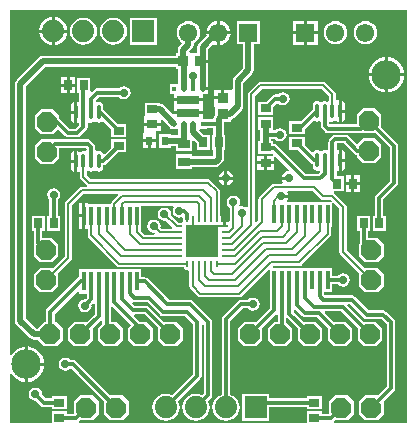
<source format=gtl>
G04 Layer_Physical_Order=1*
G04 Layer_Color=25308*
%FSLAX43Y43*%
%MOMM*%
G71*
G01*
G75*
%ADD10R,0.950X0.900*%
%ADD11R,0.900X0.950*%
%ADD12R,0.900X0.750*%
%ADD13R,2.450X2.450*%
G04:AMPARAMS|DCode=14|XSize=0.58mm|YSize=0.24mm|CornerRadius=0.06mm|HoleSize=0mm|Usage=FLASHONLY|Rotation=180.000|XOffset=0mm|YOffset=0mm|HoleType=Round|Shape=RoundedRectangle|*
%AMROUNDEDRECTD14*
21,1,0.580,0.120,0,0,180.0*
21,1,0.460,0.240,0,0,180.0*
1,1,0.120,-0.230,0.060*
1,1,0.120,0.230,0.060*
1,1,0.120,0.230,-0.060*
1,1,0.120,-0.230,-0.060*
%
%ADD14ROUNDEDRECTD14*%
G04:AMPARAMS|DCode=15|XSize=0.58mm|YSize=0.24mm|CornerRadius=0.06mm|HoleSize=0mm|Usage=FLASHONLY|Rotation=90.000|XOffset=0mm|YOffset=0mm|HoleType=Round|Shape=RoundedRectangle|*
%AMROUNDEDRECTD15*
21,1,0.580,0.120,0,0,90.0*
21,1,0.460,0.240,0,0,90.0*
1,1,0.120,0.060,0.230*
1,1,0.120,0.060,-0.230*
1,1,0.120,-0.060,-0.230*
1,1,0.120,-0.060,0.230*
%
%ADD15ROUNDEDRECTD15*%
%ADD16R,2.700X2.700*%
%ADD17R,0.600X0.800*%
%ADD18R,1.000X0.800*%
%ADD19R,0.700X0.900*%
%ADD20R,1.900X0.800*%
%ADD21R,0.400X0.450*%
%ADD22O,0.350X1.350*%
%ADD23R,0.900X0.700*%
%ADD24R,0.300X1.650*%
%ADD25C,0.500*%
%ADD26C,0.300*%
%ADD27C,0.200*%
%ADD28C,0.360*%
%ADD29C,1.550*%
%ADD30R,1.550X1.550*%
%ADD31R,1.880X1.880*%
%ADD32C,1.880*%
%ADD33P,1.815X8X202.5*%
%ADD34P,1.815X8X292.5*%
%ADD35C,2.500*%
%ADD36C,0.700*%
%ADD37C,0.400*%
%ADD38C,0.686*%
G36*
X80010Y49530D02*
X73813D01*
X73774Y49657D01*
X73803Y49676D01*
X73896Y49769D01*
X73903Y49762D01*
X74941D01*
X75460Y50281D01*
Y51319D01*
X74941Y51838D01*
X73903D01*
X73384Y51319D01*
Y50286D01*
X72786D01*
Y50479D01*
X71486D01*
Y49530D01*
X52223D01*
X52184Y49657D01*
X52213Y49676D01*
X52306Y49769D01*
X52313Y49762D01*
X53351D01*
X53870Y50281D01*
Y51319D01*
X53351Y51838D01*
X52313D01*
X51794Y51319D01*
Y50286D01*
X51196D01*
Y50479D01*
X49896D01*
Y49530D01*
X46355D01*
Y53637D01*
X46482Y53668D01*
X46495Y53643D01*
X46683Y53414D01*
X46912Y53226D01*
X47174Y53087D01*
X47457Y53001D01*
X47625Y52984D01*
Y54483D01*
Y55982D01*
X47457Y55965D01*
X47174Y55879D01*
X46912Y55740D01*
X46683Y55552D01*
X46495Y55323D01*
X46482Y55298D01*
X46355Y55329D01*
Y84455D01*
X80010D01*
Y49530D01*
D02*
G37*
%LPC*%
G36*
X74747Y71628D02*
X74437D01*
Y70843D01*
X74477Y70851D01*
X74619Y70946D01*
X74714Y71088D01*
X74747Y71255D01*
Y71628D01*
D02*
G37*
G36*
X67874Y71402D02*
X67297D01*
Y70925D01*
X67874D01*
Y71402D01*
D02*
G37*
G36*
X68705D02*
X68128D01*
Y70925D01*
X68705D01*
Y71402D01*
D02*
G37*
G36*
X51801Y71542D02*
X51491D01*
Y71169D01*
X51524Y71002D01*
X51619Y70860D01*
X51761Y70765D01*
X51801Y70757D01*
Y71542D01*
D02*
G37*
G36*
X64516Y70822D02*
X64407Y70800D01*
X64208Y70666D01*
X64074Y70467D01*
X64052Y70358D01*
X64516D01*
Y70822D01*
D02*
G37*
G36*
X64770D02*
Y70358D01*
X65234D01*
X65212Y70467D01*
X65078Y70666D01*
X64879Y70800D01*
X64770Y70822D01*
D02*
G37*
G36*
X75986Y70470D02*
X75509D01*
Y69893D01*
X75986D01*
Y70470D01*
D02*
G37*
G36*
X67874Y72133D02*
X67297D01*
Y71656D01*
X67874D01*
Y72133D01*
D02*
G37*
G36*
X59124Y74686D02*
X57716D01*
Y74187D01*
X57716Y74184D01*
X57709Y74060D01*
X57597D01*
Y73533D01*
X58705D01*
Y74057D01*
X58705Y74060D01*
X58712Y74184D01*
X59124D01*
Y74686D01*
D02*
G37*
G36*
X51801Y75692D02*
X51491D01*
Y75319D01*
X51524Y75152D01*
X51619Y75010D01*
X51761Y74915D01*
X51801Y74907D01*
Y75692D01*
D02*
G37*
G36*
X74747Y75778D02*
X74437D01*
Y74993D01*
X74477Y75001D01*
X74619Y75096D01*
X74714Y75238D01*
X74747Y75405D01*
Y75778D01*
D02*
G37*
G36*
X58705Y73279D02*
X58278D01*
Y72752D01*
X58705D01*
Y73279D01*
D02*
G37*
G36*
X51801Y72581D02*
X51761Y72573D01*
X51619Y72478D01*
X51524Y72336D01*
X51491Y72169D01*
Y71796D01*
X51801D01*
Y72581D01*
D02*
G37*
G36*
X74437Y72667D02*
Y71882D01*
X74747D01*
Y72255D01*
X74714Y72422D01*
X74619Y72564D01*
X74477Y72659D01*
X74437Y72667D01*
D02*
G37*
G36*
X58024Y73279D02*
X57597D01*
Y72752D01*
X58024D01*
Y73279D01*
D02*
G37*
G36*
X75255Y70470D02*
X74778D01*
Y69893D01*
X75255D01*
Y70470D01*
D02*
G37*
G36*
X47879Y55982D02*
Y54610D01*
X49251D01*
X49234Y54778D01*
X49148Y55061D01*
X49009Y55323D01*
X48821Y55552D01*
X48592Y55740D01*
X48330Y55879D01*
X48047Y55965D01*
X47879Y55982D01*
D02*
G37*
G36*
X66929Y60124D02*
X66714Y60081D01*
X66532Y59960D01*
X66506Y59920D01*
X65913D01*
X65776Y59893D01*
X65661Y59815D01*
X64391Y58545D01*
X64313Y58430D01*
X64286Y58293D01*
Y51911D01*
X64068Y51821D01*
X63830Y51638D01*
X63647Y51400D01*
X63533Y51123D01*
X63493Y50825D01*
X63533Y50528D01*
X63647Y50251D01*
X63830Y50012D01*
X64068Y49830D01*
X64345Y49715D01*
X64643Y49676D01*
X64941Y49715D01*
X65218Y49830D01*
X65456Y50012D01*
X65639Y50251D01*
X65753Y50528D01*
X65793Y50825D01*
X65753Y51123D01*
X65639Y51400D01*
X65456Y51638D01*
X65218Y51821D01*
X65000Y51911D01*
Y58145D01*
X66061Y59206D01*
X66506D01*
X66532Y59166D01*
X66714Y59045D01*
X66929Y59002D01*
X67144Y59045D01*
X67326Y59166D01*
X67447Y59348D01*
X67490Y59563D01*
X67447Y59778D01*
X67326Y59960D01*
X67144Y60081D01*
X66929Y60124D01*
D02*
G37*
G36*
X49303Y67071D02*
X48203D01*
Y65771D01*
X48396D01*
Y64785D01*
X48413Y64702D01*
X48365Y64654D01*
Y63616D01*
X48884Y63097D01*
X49922D01*
X50441Y63616D01*
Y64654D01*
X49922Y65173D01*
X49110D01*
Y65771D01*
X49303D01*
Y67071D01*
D02*
G37*
G36*
X49251Y54356D02*
X47879D01*
Y52984D01*
X48047Y53001D01*
X48330Y53087D01*
X48592Y53226D01*
X48821Y53414D01*
X49009Y53643D01*
X49148Y53905D01*
X49234Y54188D01*
X49251Y54356D01*
D02*
G37*
G36*
X51054Y55044D02*
X50839Y55001D01*
X50657Y54880D01*
X50536Y54698D01*
X50493Y54483D01*
X50536Y54268D01*
X50657Y54086D01*
X50839Y53965D01*
X51054Y53922D01*
X51269Y53965D01*
X51451Y54086D01*
X51587Y54080D01*
X54341Y51326D01*
X54334Y51319D01*
Y50281D01*
X54853Y49762D01*
X55891D01*
X56410Y50281D01*
Y51319D01*
X55891Y51838D01*
X54853D01*
X54846Y51831D01*
X51941Y54735D01*
X51826Y54813D01*
X51689Y54840D01*
X51477D01*
X51451Y54880D01*
X51269Y55001D01*
X51054Y55044D01*
D02*
G37*
G36*
X48514Y52504D02*
X48299Y52461D01*
X48117Y52340D01*
X47996Y52158D01*
X47953Y51943D01*
X47996Y51728D01*
X48117Y51546D01*
X48299Y51425D01*
X48514Y51382D01*
X48561Y51392D01*
X48976Y50976D01*
X49092Y50899D01*
X49228Y50872D01*
X49896D01*
Y50679D01*
X51196D01*
Y51779D01*
X49896D01*
Y51586D01*
X49376D01*
X49065Y51896D01*
X49075Y51943D01*
X49032Y52158D01*
X48911Y52340D01*
X48729Y52461D01*
X48514Y52504D01*
D02*
G37*
G36*
X68323Y51965D02*
X66043D01*
Y49686D01*
X68323D01*
Y50872D01*
X71486D01*
Y50679D01*
X72786D01*
Y51779D01*
X71486D01*
Y51586D01*
X68323D01*
Y51965D01*
D02*
G37*
G36*
X76862Y67071D02*
X75762D01*
Y65771D01*
X75955D01*
Y64785D01*
X75972Y64702D01*
X75924Y64654D01*
Y63616D01*
X76443Y63097D01*
X77481D01*
X78000Y63616D01*
Y64654D01*
X77481Y65173D01*
X76669D01*
Y65771D01*
X76862D01*
Y67071D01*
D02*
G37*
G36*
X75986Y69639D02*
X75509D01*
Y69062D01*
X75986D01*
Y69639D01*
D02*
G37*
G36*
X64516Y70104D02*
X64052D01*
X64074Y69995D01*
X64208Y69796D01*
X64407Y69662D01*
X64516Y69640D01*
Y70104D01*
D02*
G37*
G36*
X65234D02*
X64770D01*
Y69640D01*
X64879Y69662D01*
X65078Y69796D01*
X65212Y69995D01*
X65234Y70104D01*
D02*
G37*
G36*
X75255Y69639D02*
X74778D01*
Y69062D01*
X75255D01*
Y69639D01*
D02*
G37*
G36*
X50053Y69380D02*
X49838Y69337D01*
X49656Y69216D01*
X49535Y69034D01*
X49492Y68819D01*
X49535Y68604D01*
X49656Y68422D01*
X49696Y68396D01*
Y67071D01*
X49503D01*
Y65771D01*
X50603D01*
Y67071D01*
X50410D01*
Y68396D01*
X50450Y68422D01*
X50571Y68604D01*
X50614Y68819D01*
X50571Y69034D01*
X50450Y69216D01*
X50268Y69337D01*
X50053Y69380D01*
D02*
G37*
G36*
X52462Y66910D02*
X52185D01*
Y65958D01*
X52462D01*
Y66910D01*
D02*
G37*
G36*
Y68116D02*
X52185D01*
Y67164D01*
X52462D01*
Y68116D01*
D02*
G37*
G36*
X67523Y83525D02*
X65573D01*
Y81575D01*
X66089D01*
Y79565D01*
X65335Y78810D01*
X65235Y78662D01*
X65200Y78486D01*
Y77824D01*
X65118Y77731D01*
X64516D01*
Y77027D01*
X64389D01*
Y76900D01*
X63660D01*
Y76323D01*
X63660D01*
X63714Y76277D01*
Y75601D01*
X63699Y75585D01*
X63599Y75437D01*
X63564Y75261D01*
Y75209D01*
X63068D01*
Y75277D01*
X62672D01*
Y75650D01*
X60214D01*
X60147Y75622D01*
X59381Y76387D01*
X59233Y76487D01*
X59070Y76519D01*
Y76638D01*
X57770D01*
Y75547D01*
X57716Y75442D01*
X57716Y75442D01*
Y75442D01*
X57716Y75319D01*
Y74940D01*
X59124D01*
Y75181D01*
X59241Y75230D01*
X59868Y74603D01*
Y74427D01*
X60098D01*
X60268Y74393D01*
X60438Y74427D01*
X60609D01*
Y73865D01*
X59951D01*
Y74006D01*
X58951D01*
Y72806D01*
X59951D01*
Y72947D01*
X60387D01*
Y72540D01*
X61787D01*
Y73076D01*
X61800Y73140D01*
X61787Y73204D01*
Y73415D01*
X61904Y73464D01*
X62173Y73195D01*
Y72629D01*
X63273D01*
Y73929D01*
X62737D01*
X62366Y74300D01*
X62418Y74427D01*
X63068D01*
Y74495D01*
X63564D01*
Y73929D01*
X63473D01*
Y72629D01*
X63564D01*
Y72099D01*
X61787D01*
Y72240D01*
X60387D01*
Y71040D01*
X61787D01*
Y71181D01*
X63766D01*
X63942Y71216D01*
X64090Y71316D01*
X64347Y71573D01*
X64447Y71721D01*
X64482Y71897D01*
Y72629D01*
X64573D01*
Y73929D01*
X64482D01*
Y74977D01*
X65064D01*
Y75189D01*
X65135Y75203D01*
X65283Y75303D01*
X65983Y76003D01*
X66083Y76151D01*
X66118Y76327D01*
Y78296D01*
X66872Y79051D01*
X66972Y79199D01*
X67007Y79375D01*
Y81575D01*
X67523D01*
Y83525D01*
D02*
G37*
G36*
X61468Y83533D02*
X61213Y83500D01*
X60976Y83402D01*
X60773Y83245D01*
X60616Y83042D01*
X60518Y82805D01*
X60485Y82550D01*
X60518Y82295D01*
X60616Y82058D01*
X60773Y81855D01*
X60879Y81773D01*
X60890Y81605D01*
X60698Y81412D01*
X60598Y81264D01*
X60563Y81088D01*
Y80812D01*
X60372D01*
Y80596D01*
X49149D01*
X48973Y80561D01*
X48825Y80461D01*
X46920Y78556D01*
X46820Y78408D01*
X46785Y78232D01*
Y58166D01*
X46820Y57990D01*
X46920Y57842D01*
X48063Y56699D01*
X48211Y56599D01*
X48387Y56564D01*
X48746D01*
Y56504D01*
X49265Y55985D01*
X50303D01*
X50822Y56504D01*
Y57542D01*
X50303Y58061D01*
X50171D01*
Y58768D01*
X52122Y60718D01*
X52239Y60669D01*
Y60462D01*
X52882D01*
Y60118D01*
X52752Y59987D01*
X52705Y59997D01*
X52490Y59954D01*
X52308Y59833D01*
X52187Y59651D01*
X52144Y59436D01*
X52187Y59221D01*
X52308Y59039D01*
X52490Y58918D01*
X52705Y58875D01*
X52920Y58918D01*
X53102Y59039D01*
X53223Y59221D01*
X53266Y59436D01*
X53256Y59483D01*
X53405Y59631D01*
X53532Y59579D01*
Y58736D01*
X52850Y58054D01*
X52843Y58061D01*
X51805D01*
X51286Y57542D01*
Y56504D01*
X51805Y55985D01*
X52843D01*
X53362Y56504D01*
Y57542D01*
X53355Y57549D01*
X54055Y58249D01*
X54182Y58197D01*
Y57898D01*
X53826Y57542D01*
Y56504D01*
X54345Y55985D01*
X55383D01*
X55902Y56504D01*
Y57542D01*
X55383Y58061D01*
X54896D01*
Y59355D01*
X55023Y59407D01*
X56627Y57803D01*
X56366Y57542D01*
Y56504D01*
X56885Y55985D01*
X57923D01*
X58442Y56504D01*
Y57542D01*
X57923Y58061D01*
X57378D01*
X56869Y58571D01*
X56921Y58698D01*
X57764D01*
X58913Y57549D01*
X58906Y57542D01*
Y56504D01*
X59425Y55985D01*
X60463D01*
X60982Y56504D01*
Y57542D01*
X60463Y58061D01*
X59425D01*
X59418Y58054D01*
X58164Y59307D01*
X58049Y59385D01*
X57912Y59412D01*
X56917D01*
X56727Y59602D01*
X56761Y59734D01*
X56769Y59739D01*
X56896Y59714D01*
X58018D01*
X59057Y58676D01*
X59172Y58598D01*
X59309Y58571D01*
X61193D01*
X61873Y57891D01*
Y53640D01*
X60079Y51846D01*
X59861Y51936D01*
X59563Y51975D01*
X59265Y51936D01*
X58988Y51821D01*
X58750Y51638D01*
X58567Y51400D01*
X58453Y51123D01*
X58413Y50825D01*
X58453Y50528D01*
X58567Y50251D01*
X58750Y50012D01*
X58988Y49830D01*
X59265Y49715D01*
X59563Y49676D01*
X59861Y49715D01*
X60138Y49830D01*
X60376Y50012D01*
X60559Y50251D01*
X60673Y50528D01*
X60713Y50825D01*
X60673Y51123D01*
X60583Y51341D01*
X62482Y53240D01*
X62560Y53356D01*
X62587Y53492D01*
Y57794D01*
X62714Y57858D01*
X62762Y57822D01*
Y51989D01*
X62619Y51846D01*
X62401Y51936D01*
X62103Y51975D01*
X61805Y51936D01*
X61528Y51821D01*
X61290Y51638D01*
X61107Y51400D01*
X60993Y51123D01*
X60953Y50825D01*
X60993Y50528D01*
X61107Y50251D01*
X61290Y50012D01*
X61528Y49830D01*
X61805Y49715D01*
X62103Y49676D01*
X62401Y49715D01*
X62678Y49830D01*
X62916Y50012D01*
X63099Y50251D01*
X63213Y50528D01*
X63253Y50825D01*
X63213Y51123D01*
X63123Y51341D01*
X63371Y51589D01*
X63449Y51705D01*
X63476Y51841D01*
Y58039D01*
X63449Y58176D01*
X63371Y58291D01*
X61847Y59815D01*
X61732Y59893D01*
X61595Y59920D01*
X59838D01*
X58018Y61739D01*
X57903Y61817D01*
X57766Y61844D01*
X57489D01*
Y62512D01*
X52239D01*
Y61854D01*
X52195Y61845D01*
X52069Y61761D01*
X49510Y59202D01*
X49426Y59076D01*
X49397Y58928D01*
Y58061D01*
X49265D01*
X48746Y57542D01*
Y57482D01*
X48577D01*
X47703Y58356D01*
Y78042D01*
X49339Y79678D01*
X60372D01*
Y79462D01*
X60609D01*
Y78227D01*
X59868D01*
Y77377D01*
X60264D01*
Y77004D01*
X62672D01*
Y77323D01*
X63122D01*
Y77675D01*
X62668D01*
Y77929D01*
X63127D01*
Y80010D01*
X62422D01*
Y80264D01*
X63127D01*
Y81147D01*
X63589Y81610D01*
X63739Y81547D01*
X63881Y81529D01*
Y82423D01*
X62987D01*
X63001Y82318D01*
X62344Y81661D01*
X62244Y81513D01*
X62209Y81337D01*
Y80866D01*
X61718D01*
Y80866D01*
X61692Y80835D01*
X61598Y80844D01*
X61550Y80967D01*
X61792Y81210D01*
X61892Y81358D01*
X61927Y81534D01*
Y81685D01*
X61960Y81698D01*
X62163Y81855D01*
X62320Y82058D01*
X62418Y82295D01*
X62451Y82550D01*
X62418Y82805D01*
X62320Y83042D01*
X62163Y83245D01*
X61960Y83402D01*
X61723Y83500D01*
X61468Y83533D01*
D02*
G37*
G36*
X55118Y83827D02*
X54820Y83787D01*
X54543Y83673D01*
X54305Y83490D01*
X54122Y83252D01*
X54008Y82975D01*
X53968Y82677D01*
X54008Y82379D01*
X54122Y82102D01*
X54305Y81864D01*
X54543Y81681D01*
X54820Y81567D01*
X55118Y81527D01*
X55416Y81567D01*
X55693Y81681D01*
X55931Y81864D01*
X56114Y82102D01*
X56228Y82379D01*
X56268Y82677D01*
X56228Y82975D01*
X56114Y83252D01*
X55931Y83490D01*
X55693Y83673D01*
X55416Y83787D01*
X55118Y83827D01*
D02*
G37*
G36*
X58798Y83817D02*
X56518D01*
Y81537D01*
X58798D01*
Y83817D01*
D02*
G37*
G36*
X65029Y82423D02*
X64135D01*
Y81529D01*
X64277Y81547D01*
X64527Y81651D01*
X64742Y81816D01*
X64907Y82031D01*
X65011Y82281D01*
X65029Y82423D01*
D02*
G37*
G36*
X71247D02*
X70345D01*
Y81521D01*
X71247D01*
Y82423D01*
D02*
G37*
G36*
X51225Y82550D02*
X50165D01*
Y81490D01*
X50350Y81514D01*
X50640Y81634D01*
X50889Y81826D01*
X51081Y82075D01*
X51201Y82365D01*
X51225Y82550D01*
D02*
G37*
G36*
X52578Y83827D02*
X52280Y83787D01*
X52003Y83673D01*
X51765Y83490D01*
X51582Y83252D01*
X51468Y82975D01*
X51428Y82677D01*
X51468Y82379D01*
X51582Y82102D01*
X51765Y81864D01*
X52003Y81681D01*
X52280Y81567D01*
X52578Y81527D01*
X52876Y81567D01*
X53153Y81681D01*
X53391Y81864D01*
X53574Y82102D01*
X53688Y82379D01*
X53728Y82677D01*
X53688Y82975D01*
X53574Y83252D01*
X53391Y83490D01*
X53153Y83673D01*
X52876Y83787D01*
X52578Y83827D01*
D02*
G37*
G36*
X72403Y82423D02*
X71501D01*
Y81521D01*
X72403D01*
Y82423D01*
D02*
G37*
G36*
Y83579D02*
X71501D01*
Y82677D01*
X72403D01*
Y83579D01*
D02*
G37*
G36*
X71247D02*
X70345D01*
Y82677D01*
X71247D01*
Y83579D01*
D02*
G37*
G36*
X50165Y83864D02*
Y82804D01*
X51225D01*
X51201Y82989D01*
X51081Y83279D01*
X50889Y83528D01*
X50640Y83720D01*
X50350Y83840D01*
X50165Y83864D01*
D02*
G37*
G36*
X49911D02*
X49726Y83840D01*
X49436Y83720D01*
X49187Y83528D01*
X48995Y83279D01*
X48875Y82989D01*
X48851Y82804D01*
X49911D01*
Y83864D01*
D02*
G37*
G36*
X76454Y83533D02*
X76199Y83500D01*
X75962Y83402D01*
X75759Y83245D01*
X75602Y83042D01*
X75504Y82805D01*
X75471Y82550D01*
X75504Y82295D01*
X75602Y82058D01*
X75759Y81855D01*
X75962Y81698D01*
X76199Y81600D01*
X76454Y81567D01*
X76709Y81600D01*
X76946Y81698D01*
X77149Y81855D01*
X77306Y82058D01*
X77404Y82295D01*
X77437Y82550D01*
X77404Y82805D01*
X77306Y83042D01*
X77149Y83245D01*
X76946Y83402D01*
X76709Y83500D01*
X76454Y83533D01*
D02*
G37*
G36*
X73914D02*
X73659Y83500D01*
X73422Y83402D01*
X73219Y83245D01*
X73062Y83042D01*
X72964Y82805D01*
X72931Y82550D01*
X72964Y82295D01*
X73062Y82058D01*
X73219Y81855D01*
X73422Y81698D01*
X73659Y81600D01*
X73914Y81567D01*
X74169Y81600D01*
X74406Y81698D01*
X74609Y81855D01*
X74766Y82058D01*
X74864Y82295D01*
X74897Y82550D01*
X74864Y82805D01*
X74766Y83042D01*
X74609Y83245D01*
X74406Y83402D01*
X74169Y83500D01*
X73914Y83533D01*
D02*
G37*
G36*
X64135Y83571D02*
Y82677D01*
X65029D01*
X65011Y82819D01*
X64907Y83069D01*
X64742Y83284D01*
X64527Y83449D01*
X64277Y83553D01*
X64135Y83571D01*
D02*
G37*
G36*
X63881D02*
X63739Y83553D01*
X63489Y83449D01*
X63274Y83284D01*
X63109Y83069D01*
X63005Y82819D01*
X62987Y82677D01*
X63881D01*
Y83571D01*
D02*
G37*
G36*
X64262Y77731D02*
X63660D01*
Y77154D01*
X64262D01*
Y77731D01*
D02*
G37*
G36*
X53143Y78755D02*
X52043D01*
Y77455D01*
X52221D01*
Y76774D01*
X52109Y76714D01*
X52095Y76723D01*
X52055Y76731D01*
Y75819D01*
Y74907D01*
X52095Y74915D01*
X52109Y74924D01*
X52221Y74864D01*
Y74697D01*
X51922Y74398D01*
X51456D01*
X50587Y75266D01*
X50512Y75317D01*
Y75533D01*
X49993Y76052D01*
X48955D01*
X48436Y75533D01*
Y74495D01*
X48955Y73976D01*
X49993D01*
X50431Y74414D01*
X51056Y73789D01*
X51171Y73711D01*
X51308Y73684D01*
X52070D01*
X52207Y73711D01*
X52322Y73789D01*
X52830Y74297D01*
X52908Y74412D01*
X52935Y74549D01*
Y74911D01*
X53062Y74979D01*
X53082Y74966D01*
X53228Y74937D01*
X53374Y74966D01*
X53468Y75029D01*
X53553Y75041D01*
X53638Y75029D01*
X53732Y74966D01*
X53878Y74937D01*
X54024Y74966D01*
X54148Y75049D01*
X54272Y75061D01*
X54920Y74412D01*
Y73717D01*
X56220D01*
Y74817D01*
X55525D01*
X54270Y76071D01*
X54260Y76078D01*
Y76319D01*
X54231Y76465D01*
X54148Y76589D01*
X54024Y76672D01*
X53878Y76701D01*
X53732Y76672D01*
X53718Y76663D01*
X53610Y76718D01*
X53599Y76843D01*
X53869Y77113D01*
X55584D01*
X55610Y77073D01*
X55792Y76952D01*
X56007Y76909D01*
X56222Y76952D01*
X56404Y77073D01*
X56525Y77255D01*
X56568Y77470D01*
X56525Y77685D01*
X56404Y77867D01*
X56222Y77988D01*
X56007Y78031D01*
X55792Y77988D01*
X55610Y77867D01*
X55584Y77827D01*
X53721D01*
X53584Y77800D01*
X53469Y77722D01*
X53270Y77524D01*
X53143Y77576D01*
Y78755D01*
D02*
G37*
G36*
X51897Y77978D02*
X51420D01*
Y77401D01*
X51897D01*
Y77978D01*
D02*
G37*
G36*
X51166D02*
X50689D01*
Y77401D01*
X51166D01*
Y77978D01*
D02*
G37*
G36*
X72898Y78411D02*
X72898Y78411D01*
X67564D01*
X67447Y78388D01*
X67348Y78321D01*
X66586Y77559D01*
X66519Y77460D01*
X66496Y77343D01*
X66496Y77343D01*
Y67819D01*
X66369Y67752D01*
X66255Y67828D01*
X66040Y67871D01*
X65847Y67832D01*
X65793Y67885D01*
X65763Y67935D01*
X65796Y67984D01*
X65839Y68199D01*
X65796Y68414D01*
X65675Y68596D01*
X65493Y68717D01*
X65278Y68760D01*
X65063Y68717D01*
X64881Y68596D01*
X64760Y68414D01*
X64717Y68199D01*
X64760Y67984D01*
X64881Y67802D01*
X64972Y67742D01*
Y66580D01*
X64845Y66509D01*
X64754Y66527D01*
X64650D01*
Y66147D01*
X64396D01*
Y66527D01*
X64305D01*
X64283Y66535D01*
X64186Y66635D01*
Y67039D01*
X64167Y67136D01*
Y69108D01*
X64167Y69108D01*
X64144Y69225D01*
X64077Y69324D01*
X64077Y69324D01*
X63335Y70066D01*
X63236Y70133D01*
X63119Y70156D01*
X63119Y70156D01*
X53213D01*
X52884Y70485D01*
Y70798D01*
X53011Y70863D01*
X53082Y70816D01*
X53228Y70787D01*
X53374Y70816D01*
X53468Y70879D01*
X53553Y70891D01*
X53638Y70879D01*
X53732Y70816D01*
X53878Y70787D01*
X54024Y70816D01*
X54148Y70899D01*
X54231Y71023D01*
X54260Y71169D01*
Y71312D01*
X54272D01*
X54409Y71339D01*
X54524Y71417D01*
X55525Y72417D01*
X56220D01*
Y73517D01*
X54920D01*
Y72822D01*
X54370Y72271D01*
X54232Y72313D01*
X54231Y72315D01*
X54148Y72439D01*
X54024Y72522D01*
X53878Y72551D01*
X53732Y72522D01*
X53712Y72509D01*
X53585Y72577D01*
Y72883D01*
X53558Y73020D01*
X53480Y73135D01*
X53211Y73404D01*
X53096Y73482D01*
X52959Y73509D01*
X50152D01*
X50022Y73483D01*
X49993Y73512D01*
X48955D01*
X48436Y72993D01*
Y71955D01*
X48955Y71436D01*
X49993D01*
X50512Y71955D01*
Y72795D01*
X52811D01*
X52871Y72735D01*
Y72577D01*
X52744Y72509D01*
X52724Y72522D01*
X52578Y72551D01*
X52432Y72522D01*
X52383Y72489D01*
X52237Y72478D01*
X52095Y72573D01*
X52055Y72581D01*
Y71669D01*
Y70757D01*
X52095Y70765D01*
X52145Y70798D01*
X52272Y70730D01*
Y70358D01*
X52272Y70358D01*
X52295Y70241D01*
X52362Y70142D01*
X52856Y69648D01*
X52846Y69590D01*
X52810Y69521D01*
X52451D01*
X52334Y69498D01*
X52235Y69431D01*
X51092Y68288D01*
X51025Y68189D01*
X51002Y68072D01*
X51002Y68072D01*
Y63627D01*
X49965Y62590D01*
X49922Y62633D01*
X48884D01*
X48365Y62114D01*
Y61076D01*
X48884Y60557D01*
X49922D01*
X50441Y61076D01*
Y62114D01*
X50398Y62157D01*
X51524Y63284D01*
X51591Y63383D01*
X51614Y63500D01*
Y67945D01*
X52578Y68909D01*
X55484D01*
X55532Y68792D01*
X54973Y68232D01*
X54906Y68133D01*
X54892Y68062D01*
X52993D01*
Y68116D01*
X52716D01*
Y67037D01*
Y65958D01*
X52933D01*
Y65379D01*
X52933Y65379D01*
X52956Y65262D01*
X53023Y65163D01*
X55410Y62776D01*
X55410Y62776D01*
X55469Y62736D01*
X55509Y62709D01*
X55626Y62686D01*
X61050D01*
X61056Y62653D01*
X61114Y62567D01*
X61200Y62510D01*
X61301Y62489D01*
X61421D01*
X61428Y62491D01*
X61555Y62390D01*
Y61075D01*
X61555Y61075D01*
X61578Y60958D01*
X61645Y60859D01*
X62268Y60236D01*
X62268Y60236D01*
X62367Y60169D01*
X62484Y60146D01*
X62484Y60146D01*
X65786D01*
X65786Y60146D01*
X65903Y60169D01*
X66002Y60236D01*
X68251Y62484D01*
X68368Y62435D01*
Y61648D01*
X68361Y61614D01*
Y59214D01*
X67201Y58054D01*
X67194Y58061D01*
X66156D01*
X65637Y57542D01*
Y56504D01*
X66156Y55985D01*
X67194D01*
X67713Y56504D01*
Y57542D01*
X67706Y57549D01*
X68884Y58727D01*
X69011Y58675D01*
Y58061D01*
X68696D01*
X68177Y57542D01*
Y56504D01*
X68696Y55985D01*
X69734D01*
X70253Y56504D01*
Y57542D01*
X69734Y58061D01*
X69725D01*
Y58369D01*
X69852Y58421D01*
X70724Y57549D01*
X70717Y57542D01*
Y56504D01*
X71236Y55985D01*
X72274D01*
X72793Y56504D01*
Y57542D01*
X72274Y58061D01*
X71236D01*
X71229Y58054D01*
X70375Y58908D01*
Y59116D01*
X70502Y59168D01*
X71122Y58549D01*
X71237Y58471D01*
X71374Y58444D01*
X72369D01*
X73264Y57549D01*
X73257Y57542D01*
Y56504D01*
X73776Y55985D01*
X74814D01*
X75333Y56504D01*
Y57542D01*
X74814Y58061D01*
X73776D01*
X73769Y58054D01*
X72988Y58835D01*
X73036Y58952D01*
X74401D01*
X75804Y57549D01*
X75797Y57542D01*
Y56504D01*
X76316Y55985D01*
X77354D01*
X77873Y56504D01*
Y57542D01*
X77354Y58061D01*
X76316D01*
X76309Y58054D01*
X74903Y59460D01*
X74955Y59587D01*
X75163D01*
X76329Y58422D01*
X76444Y58344D01*
X76581Y58317D01*
X77830D01*
X78256Y57891D01*
Y52599D01*
X77488Y51831D01*
X77481Y51838D01*
X76443D01*
X75924Y51319D01*
Y50281D01*
X76443Y49762D01*
X77481D01*
X78000Y50281D01*
Y51319D01*
X77993Y51326D01*
X78865Y52199D01*
X78943Y52314D01*
X78970Y52451D01*
Y58039D01*
X78943Y58176D01*
X78865Y58291D01*
X78230Y58926D01*
X78115Y59004D01*
X77978Y59031D01*
X76729D01*
X75563Y60196D01*
X75448Y60274D01*
X75311Y60301D01*
X73046D01*
X72975Y60372D01*
Y60589D01*
X73618D01*
Y61257D01*
X74145D01*
X74171Y61217D01*
X74353Y61096D01*
X74568Y61053D01*
X74783Y61096D01*
X74965Y61217D01*
X75086Y61399D01*
X75129Y61614D01*
X75086Y61829D01*
X74965Y62011D01*
X74783Y62132D01*
X74568Y62175D01*
X74353Y62132D01*
X74171Y62011D01*
X74145Y61971D01*
X73618D01*
Y62639D01*
X68659D01*
X68596Y62766D01*
X68632Y62813D01*
X70866D01*
X70866Y62813D01*
X70983Y62836D01*
X71082Y62903D01*
X73484Y65305D01*
X73484Y65305D01*
X73524Y65364D01*
X73551Y65404D01*
X73574Y65521D01*
Y66139D01*
X73618D01*
Y68075D01*
Y68075D01*
X73618Y68084D01*
X73618Y68121D01*
Y68126D01*
Y68137D01*
X73623Y68139D01*
X73632Y68143D01*
X73644Y68148D01*
X73695Y68169D01*
X73695D01*
X73745Y68190D01*
X74243Y67691D01*
Y64008D01*
X74243Y64008D01*
X74266Y63891D01*
X74333Y63792D01*
X75967Y62157D01*
X75924Y62114D01*
Y61076D01*
X76443Y60557D01*
X77481D01*
X78000Y61076D01*
Y62114D01*
X77481Y62633D01*
X76443D01*
X76400Y62590D01*
X74855Y64135D01*
Y67818D01*
X74855Y67818D01*
X74832Y67935D01*
X74765Y68034D01*
X74765Y68034D01*
X73876Y68923D01*
X73777Y68990D01*
X73793Y69116D01*
X74632D01*
Y70416D01*
X74017D01*
Y70800D01*
X74129Y70860D01*
X74143Y70851D01*
X74183Y70843D01*
Y71755D01*
Y72667D01*
X74143Y72659D01*
X74129Y72650D01*
X74017Y72710D01*
Y73131D01*
X74062Y73176D01*
X74655D01*
X75524Y72308D01*
X75639Y72230D01*
X75726Y72213D01*
Y72041D01*
X76245Y71522D01*
X77283D01*
X77802Y72041D01*
Y73079D01*
X77283Y73598D01*
X76245D01*
X75744Y73097D01*
X75055Y73785D01*
X74940Y73863D01*
X74803Y73890D01*
X73914D01*
X73777Y73863D01*
X73662Y73785D01*
X73408Y73531D01*
X73330Y73416D01*
X73303Y73279D01*
Y72663D01*
X73176Y72595D01*
X73156Y72608D01*
X73010Y72637D01*
X72864Y72608D01*
X72770Y72545D01*
X72685Y72533D01*
X72600Y72545D01*
X72506Y72608D01*
X72360Y72637D01*
X72214Y72608D01*
X72090Y72525D01*
X72057Y72476D01*
X71898Y72455D01*
X71318Y73035D01*
Y73730D01*
X70018D01*
Y72630D01*
X70713D01*
X71841Y71503D01*
X71956Y71425D01*
X71978Y71421D01*
Y71255D01*
X72007Y71109D01*
X72090Y70985D01*
X72214Y70902D01*
X72360Y70873D01*
X72506Y70902D01*
X72520Y70911D01*
X72628Y70856D01*
X72639Y70731D01*
X72496Y70588D01*
X71395D01*
X68959Y73023D01*
X68844Y73101D01*
X68707Y73128D01*
X68651D01*
Y73379D01*
X68460D01*
Y73557D01*
X68792D01*
X68818Y73517D01*
X69000Y73396D01*
X69215Y73353D01*
X69430Y73396D01*
X69612Y73517D01*
X69733Y73699D01*
X69776Y73914D01*
X69733Y74129D01*
X69612Y74311D01*
X69430Y74432D01*
X69215Y74475D01*
X69000Y74432D01*
X68818Y74311D01*
X68792Y74271D01*
X68774D01*
X68651Y74281D01*
Y75381D01*
X67351D01*
Y74281D01*
X67542D01*
Y73914D01*
Y73379D01*
X67351D01*
Y72279D01*
X68590D01*
X68604Y72260D01*
X68600Y72233D01*
X68539Y72133D01*
X68128D01*
Y71656D01*
X68705D01*
Y72015D01*
Y72015D01*
X68705Y72024D01*
X68705Y72071D01*
Y72085D01*
Y72089D01*
Y72089D01*
X68713Y72093D01*
X68715Y72094D01*
X68722Y72097D01*
X68722Y72097D01*
X68748Y72110D01*
X68754Y72112D01*
X68790Y72130D01*
X68790Y72130D01*
X68803Y72136D01*
X68826Y72147D01*
X70014Y70959D01*
X69952Y70842D01*
X69741Y70800D01*
X69542Y70666D01*
X69408Y70467D01*
X69386Y70358D01*
X69977D01*
Y70104D01*
X69386D01*
X69408Y69995D01*
X69470Y69902D01*
X69403Y69775D01*
X68707D01*
X68590Y69752D01*
X68550Y69725D01*
X68491Y69685D01*
X68491Y69685D01*
X67475Y68669D01*
X67408Y68570D01*
X67385Y68453D01*
X67385Y68453D01*
Y66675D01*
X67225Y66515D01*
X67108Y66563D01*
Y77216D01*
X67691Y77799D01*
X72771D01*
X73354Y77216D01*
Y76776D01*
X73227Y76711D01*
X73156Y76758D01*
X73010Y76787D01*
X72864Y76758D01*
X72740Y76675D01*
X72630D01*
X72506Y76758D01*
X72360Y76787D01*
X72214Y76758D01*
X72090Y76675D01*
X72007Y76551D01*
X71978Y76405D01*
Y76027D01*
X70980Y75030D01*
X70018D01*
Y73930D01*
X71318D01*
Y74358D01*
X72092Y75133D01*
X72214Y75052D01*
X72360Y75023D01*
X72506Y75052D01*
X72526Y75065D01*
X72653Y74997D01*
Y74691D01*
X72680Y74554D01*
X72758Y74439D01*
X73027Y74170D01*
X73142Y74092D01*
X73279Y74065D01*
X76086D01*
X76216Y74091D01*
X76245Y74062D01*
X77283D01*
X77290Y74069D01*
X78510Y72849D01*
Y69998D01*
X77360Y68847D01*
X77282Y68732D01*
X77255Y68595D01*
Y67071D01*
X77062D01*
Y65771D01*
X78162D01*
Y67071D01*
X77969D01*
Y68447D01*
X79119Y69598D01*
X79197Y69713D01*
X79224Y69850D01*
Y72997D01*
X79197Y73134D01*
X79119Y73249D01*
X77795Y74574D01*
X77802Y74581D01*
Y75619D01*
X77283Y76138D01*
X76245D01*
X75726Y75619D01*
Y74779D01*
X73427D01*
X73367Y74839D01*
Y74997D01*
X73494Y75065D01*
X73514Y75052D01*
X73660Y75023D01*
X73806Y75052D01*
X73855Y75085D01*
X74001Y75096D01*
X74143Y75001D01*
X74183Y74993D01*
Y75905D01*
Y76817D01*
X74143Y76809D01*
X74093Y76776D01*
X73966Y76844D01*
Y77343D01*
X73943Y77460D01*
X73876Y77559D01*
X73114Y78321D01*
X73015Y78388D01*
X72898Y78411D01*
D02*
G37*
G36*
X51801Y76731D02*
X51761Y76723D01*
X51619Y76628D01*
X51524Y76486D01*
X51491Y76319D01*
Y75946D01*
X51801D01*
Y76731D01*
D02*
G37*
G36*
X62672Y76750D02*
X60264D01*
Y76223D01*
Y75904D01*
X62672D01*
Y76223D01*
Y76750D01*
D02*
G37*
G36*
X69469Y77523D02*
X69254Y77480D01*
X69072Y77359D01*
X69046Y77319D01*
X68832D01*
X68695Y77292D01*
X68580Y77214D01*
X68046Y76681D01*
X67351D01*
Y75581D01*
X68651D01*
Y76276D01*
X68935Y76561D01*
X69072Y76565D01*
X69254Y76444D01*
X69469Y76401D01*
X69684Y76444D01*
X69866Y76565D01*
X69987Y76747D01*
X70030Y76962D01*
X69987Y77177D01*
X69866Y77359D01*
X69684Y77480D01*
X69469Y77523D01*
D02*
G37*
G36*
X74437Y76817D02*
Y76032D01*
X74747D01*
Y76405D01*
X74714Y76572D01*
X74619Y76714D01*
X74477Y76809D01*
X74437Y76817D01*
D02*
G37*
G36*
X78359Y80493D02*
Y79121D01*
X79731D01*
X79714Y79289D01*
X79628Y79572D01*
X79489Y79834D01*
X79301Y80063D01*
X79072Y80251D01*
X78810Y80390D01*
X78527Y80476D01*
X78359Y80493D01*
D02*
G37*
G36*
X51897Y78809D02*
X51420D01*
Y78232D01*
X51897D01*
Y78809D01*
D02*
G37*
G36*
X78105Y80493D02*
X77937Y80476D01*
X77654Y80390D01*
X77392Y80251D01*
X77163Y80063D01*
X76975Y79834D01*
X76836Y79572D01*
X76750Y79289D01*
X76733Y79121D01*
X78105D01*
Y80493D01*
D02*
G37*
G36*
X51166Y78809D02*
X50689D01*
Y78232D01*
X51166D01*
Y78809D01*
D02*
G37*
G36*
X78105Y78867D02*
X76733D01*
X76750Y78699D01*
X76836Y78416D01*
X76975Y78154D01*
X77163Y77925D01*
X77392Y77737D01*
X77654Y77598D01*
X77937Y77512D01*
X78105Y77495D01*
Y78867D01*
D02*
G37*
G36*
X79731D02*
X78359D01*
Y77495D01*
X78527Y77512D01*
X78810Y77598D01*
X79072Y77737D01*
X79301Y77925D01*
X79489Y78154D01*
X79628Y78416D01*
X79714Y78699D01*
X79731Y78867D01*
D02*
G37*
G36*
X49911Y82550D02*
X48851D01*
X48875Y82365D01*
X48995Y82075D01*
X49187Y81826D01*
X49436Y81634D01*
X49726Y81514D01*
X49911Y81490D01*
Y82550D01*
D02*
G37*
%LPD*%
G36*
X60262Y67762D02*
X60188Y67652D01*
X60145Y67437D01*
X60188Y67222D01*
X60309Y67040D01*
X60491Y66919D01*
X60706Y66876D01*
X60877Y66910D01*
X61004Y66834D01*
Y66810D01*
X61031Y66673D01*
X61036Y66666D01*
Y66579D01*
X61036Y66578D01*
X60930Y66472D01*
X60929Y66472D01*
X60579D01*
X59975Y67076D01*
X59997Y67183D01*
X59954Y67398D01*
X59833Y67580D01*
X59651Y67701D01*
X59436Y67744D01*
X59221Y67701D01*
X59039Y67580D01*
X58918Y67398D01*
X58875Y67183D01*
X58918Y66968D01*
X59039Y66786D01*
X59221Y66665D01*
X59436Y66622D01*
X59543Y66644D01*
X60116Y66070D01*
X60068Y65953D01*
X59194D01*
X59086Y66060D01*
X59108Y66167D01*
X59065Y66382D01*
X58944Y66564D01*
X58762Y66685D01*
X58547Y66728D01*
X58332Y66685D01*
X58150Y66564D01*
X58029Y66382D01*
X57986Y66167D01*
X58029Y65952D01*
X58150Y65770D01*
X58332Y65649D01*
X58547Y65606D01*
X58592Y65615D01*
X58623Y65580D01*
X58564Y65453D01*
X57789D01*
X57445Y65797D01*
Y66012D01*
X57489D01*
Y67889D01*
X60194D01*
X60262Y67762D01*
D02*
G37*
G36*
X72682Y68491D02*
X72781Y68424D01*
X72898Y68401D01*
X73533D01*
X73619Y68316D01*
X73598Y68266D01*
X73598Y68266D01*
X73577Y68215D01*
X73572Y68203D01*
X73568Y68194D01*
X73566Y68189D01*
X73555D01*
X73550Y68189D01*
X73513Y68189D01*
X73504D01*
X73504D01*
X69865D01*
X69807Y68316D01*
X69911Y68471D01*
X69933Y68580D01*
X69342D01*
Y68834D01*
X69933D01*
X69911Y68943D01*
X69849Y69036D01*
X69916Y69163D01*
X72009D01*
X72682Y68491D01*
D02*
G37*
D10*
X64389Y75627D02*
D03*
Y77027D02*
D03*
D11*
X61022Y80137D02*
D03*
X62422D02*
D03*
D12*
X58420Y74813D02*
D03*
Y76063D02*
D03*
D13*
X62611Y64897D02*
D03*
D14*
X64523Y63647D02*
D03*
Y64147D02*
D03*
Y64647D02*
D03*
Y66147D02*
D03*
Y65647D02*
D03*
Y65147D02*
D03*
X60698Y65647D02*
D03*
X60699Y66147D02*
D03*
X60698Y65147D02*
D03*
Y64647D02*
D03*
Y64147D02*
D03*
Y63647D02*
D03*
D15*
X61361Y62985D02*
D03*
Y66810D02*
D03*
X61861D02*
D03*
X62361D02*
D03*
X62861D02*
D03*
X63361D02*
D03*
X63861D02*
D03*
Y62985D02*
D03*
X63361D02*
D03*
X62861D02*
D03*
X61861D02*
D03*
X62361D02*
D03*
D16*
X62611Y64897D02*
D03*
D17*
X58151Y73406D02*
D03*
X59451D02*
D03*
D18*
X61087Y73140D02*
D03*
Y71640D02*
D03*
D19*
X64023Y73279D02*
D03*
X62723D02*
D03*
X51293Y78105D02*
D03*
X52593D02*
D03*
X76312Y66421D02*
D03*
X77612D02*
D03*
X48753D02*
D03*
X50053D02*
D03*
X75382Y69766D02*
D03*
X74082D02*
D03*
D20*
X61468Y75777D02*
D03*
Y76877D02*
D03*
D21*
X60268Y74852D02*
D03*
X61068D02*
D03*
X61868D02*
D03*
X62668D02*
D03*
Y77802D02*
D03*
X61868D02*
D03*
X61068D02*
D03*
X60268D02*
D03*
D22*
X53878Y75819D02*
D03*
X53228D02*
D03*
X52578D02*
D03*
X51928D02*
D03*
X53878Y71669D02*
D03*
X53228D02*
D03*
X52578D02*
D03*
X51928D02*
D03*
X72360Y71755D02*
D03*
X73010D02*
D03*
X73660D02*
D03*
X74310D02*
D03*
X72360Y75905D02*
D03*
X73010D02*
D03*
X73660D02*
D03*
X74310D02*
D03*
D23*
X55570Y74267D02*
D03*
Y72967D02*
D03*
X50546Y49929D02*
D03*
Y51229D02*
D03*
X72136Y49929D02*
D03*
Y51229D02*
D03*
X68001Y74831D02*
D03*
Y76131D02*
D03*
Y71529D02*
D03*
Y72829D02*
D03*
X70668Y73180D02*
D03*
Y74480D02*
D03*
D24*
X68718Y61614D02*
D03*
X69368D02*
D03*
X70018D02*
D03*
X70668D02*
D03*
X71318D02*
D03*
X71968D02*
D03*
X72618D02*
D03*
X73268D02*
D03*
X68718Y67164D02*
D03*
X69368D02*
D03*
X70018D02*
D03*
X70668D02*
D03*
X71318D02*
D03*
X71968D02*
D03*
X72618D02*
D03*
X73268D02*
D03*
X52589Y61487D02*
D03*
X53239D02*
D03*
X53889D02*
D03*
X54539D02*
D03*
X55189D02*
D03*
X55839D02*
D03*
X56489D02*
D03*
X57139D02*
D03*
X52589Y67037D02*
D03*
X53239D02*
D03*
X53889D02*
D03*
X54539D02*
D03*
X55189D02*
D03*
X55839D02*
D03*
X56489D02*
D03*
X57139D02*
D03*
D25*
X68001Y73914D02*
Y74831D01*
Y72829D02*
Y73914D01*
X64389Y75627D02*
X64959D01*
X65659Y76327D01*
Y78486D01*
X66548Y79375D01*
Y82550D01*
X61087Y71640D02*
X63766D01*
X64023Y71897D01*
Y73279D01*
Y75261D01*
X64389Y75627D01*
X48387Y57023D02*
X49784D01*
X47244Y58166D02*
X48387Y57023D01*
X47244Y58166D02*
Y78232D01*
X49149Y80137D01*
X61022D01*
X68001Y72829D02*
X68059Y72771D01*
X61868Y74149D02*
X62738Y73279D01*
X61868Y74149D02*
Y74852D01*
X61068Y73413D02*
X61075Y73406D01*
X61068Y73413D02*
Y74852D01*
X61075Y73406D02*
X61341Y73140D01*
X59705Y73406D02*
X61075D01*
X58420Y76063D02*
X59057D01*
X60268Y74852D01*
X62668Y77802D02*
Y81337D01*
X64008Y82677D01*
X61068Y77802D02*
Y80091D01*
X61022Y80137D02*
X61068Y80091D01*
X61022Y80137D02*
Y81088D01*
X61468Y81534D01*
Y82677D01*
D26*
X68001Y73914D02*
X69215D01*
X53721Y77470D02*
X56007D01*
X53228Y76977D02*
X53721Y77470D01*
X53228Y75819D02*
Y76977D01*
X60706Y67437D02*
X61087D01*
X61361Y67163D01*
Y66810D02*
Y67163D01*
X61868Y77802D02*
Y78848D01*
X68832Y76962D02*
X69469D01*
X68001Y76131D02*
X68832Y76962D01*
X76764Y75100D02*
X78867Y72997D01*
Y69850D02*
Y72997D01*
X77612Y68595D02*
X78867Y69850D01*
X77612Y66421D02*
Y68595D01*
X76086Y74422D02*
X76764Y75100D01*
X73279Y74422D02*
X76086D01*
X73010Y74691D02*
X73279Y74422D01*
X73010Y74691D02*
Y75905D01*
X67183Y50825D02*
X67586Y51229D01*
X72136D01*
X48514Y51943D02*
X49228Y51229D01*
X50546D01*
X50053Y66421D02*
Y68819D01*
X49474Y72474D02*
X50152Y73152D01*
X52959D01*
X53228Y72883D01*
Y71669D02*
Y72883D01*
X62668Y74852D02*
X63974D01*
X66675Y57023D02*
X68718Y59066D01*
Y61614D01*
X65913Y59563D02*
X66929D01*
X64643Y50825D02*
Y58293D01*
X65913Y59563D01*
X73268Y61614D02*
X74568D01*
X76962Y50800D02*
X78613Y52451D01*
Y58039D01*
X77978Y58674D02*
X78613Y58039D01*
X76581Y58674D02*
X77978D01*
X75311Y59944D02*
X76581Y58674D01*
X72898Y59944D02*
X75311D01*
X72618Y60224D02*
X72898Y59944D01*
X72618Y60224D02*
Y61614D01*
X74549Y59309D02*
X76835Y57023D01*
X72136Y59309D02*
X74549D01*
X71318Y60127D02*
X72136Y59309D01*
X71318Y60127D02*
Y61614D01*
X72517Y58801D02*
X74295Y57023D01*
X71374Y58801D02*
X72517D01*
X70668Y59507D02*
X71374Y58801D01*
X70668Y59507D02*
Y61614D01*
X70018Y58760D02*
X71755Y57023D01*
X70018Y58760D02*
Y61614D01*
X69368Y57176D02*
Y61614D01*
X52705Y59436D02*
X53239Y59970D01*
Y61487D01*
X52324Y57023D02*
X53889Y58588D01*
Y61487D01*
X54539Y57348D02*
Y61487D01*
X57404Y57023D02*
Y57531D01*
X55189Y59746D02*
X57404Y57531D01*
X55189Y59746D02*
Y61487D01*
X57912Y59055D02*
X59944Y57023D01*
X56769Y59055D02*
X57912D01*
X55839Y59985D02*
X56769Y59055D01*
X55839Y59985D02*
Y61487D01*
X59563Y50825D02*
X62230Y53492D01*
Y58039D01*
X61341Y58928D02*
X62230Y58039D01*
X59309Y58928D02*
X61341D01*
X58166Y60071D02*
X59309Y58928D01*
X56896Y60071D02*
X58166D01*
X56489Y60478D02*
X56896Y60071D01*
X56489Y60478D02*
Y61487D01*
X62103Y50825D02*
X63119Y51841D01*
Y58039D01*
X61595Y59563D02*
X63119Y58039D01*
X59690Y59563D02*
X61595D01*
X57766Y61487D02*
X59690Y59563D01*
X57139Y61487D02*
X57766D01*
X52324Y57023D02*
X52959D01*
X73551Y49929D02*
X74422Y50800D01*
X72136Y49929D02*
X73551D01*
X51689Y54483D02*
X55372Y50800D01*
X51054Y54483D02*
X51689D01*
X51961Y49929D02*
X52832Y50800D01*
X50546Y49929D02*
X51961D01*
X48753Y64785D02*
X49403Y64135D01*
X48753Y64785D02*
Y66421D01*
X52578Y75819D02*
Y78090D01*
X53878Y75819D02*
X54018D01*
X55570Y74267D01*
X54272Y71669D02*
X55570Y72967D01*
X53878Y71669D02*
X54272D01*
X52578Y74549D02*
Y75819D01*
X52070Y74041D02*
X52578Y74549D01*
X51308Y74041D02*
X52070D01*
X50335Y75014D02*
X51308Y74041D01*
X49474Y75014D02*
X50335D01*
X76312Y64785D02*
X76962Y64135D01*
X76312Y64785D02*
Y66421D01*
X73660Y71755D02*
Y73279D01*
X73914Y73533D01*
X74803D01*
X75776Y72560D01*
X76764D01*
X73660Y70188D02*
X74082Y69766D01*
X73660Y70188D02*
Y71755D01*
X70935Y74480D02*
X72360Y75905D01*
X70668Y74480D02*
X70935D01*
X70668Y73180D02*
X72093Y71755D01*
X72360D01*
X73010Y70597D02*
Y71755D01*
X72644Y70231D02*
X73010Y70597D01*
X71247Y70231D02*
X72644D01*
X68707Y72771D02*
X71247Y70231D01*
X68059Y72771D02*
X68707D01*
D27*
X72136Y69469D02*
X72898Y68707D01*
X68707Y69469D02*
X72136D01*
X67691Y68453D02*
X68707Y69469D01*
X69088Y68707D02*
X69342D01*
X68718Y68337D02*
X69088Y68707D01*
X68718Y67164D02*
Y68337D01*
X61861Y65647D02*
Y66810D01*
X63861Y66147D02*
X64523D01*
X65020Y65147D02*
X66040Y66167D01*
Y67310D01*
X65278Y66040D02*
Y68199D01*
X64885Y65647D02*
X65278Y66040D01*
X64523Y65147D02*
X65020D01*
X64523Y65647D02*
X64885D01*
X66802Y77343D02*
X67564Y78105D01*
X66802Y66294D02*
Y77343D01*
X65155Y64647D02*
X66802Y66294D01*
X58547Y66167D02*
X59067Y65647D01*
X60698D01*
X59436Y67183D02*
X60472Y66147D01*
X60699D01*
X74549Y64008D02*
X76962Y61595D01*
X74549Y64008D02*
Y67818D01*
X73660Y68707D02*
X74549Y67818D01*
X72898Y68707D02*
X73660D01*
X67691Y66548D02*
Y68453D01*
X65290Y64147D02*
X67691Y66548D01*
X64523Y64147D02*
X65290D01*
X64523Y64647D02*
X65155D01*
X67564Y78105D02*
X72898D01*
X73660Y77343D01*
Y75905D02*
Y77343D01*
X63861Y66810D02*
Y69108D01*
X63119Y69850D02*
X63861Y69108D01*
X53086Y69850D02*
X63119D01*
X52578Y70358D02*
X53086Y69850D01*
X52578Y70358D02*
Y71669D01*
X49403Y61595D02*
X51308Y63500D01*
Y68072D01*
X52451Y69215D01*
X62738D01*
X63361Y68592D01*
Y66810D02*
Y68592D01*
X62861Y66810D02*
Y68203D01*
X62357Y68707D02*
X62861Y68203D01*
X55880Y68707D02*
X62357D01*
X56003Y68195D02*
X62234D01*
X62361Y68068D01*
Y66810D02*
Y68068D01*
X55189Y68016D02*
X55880Y68707D01*
X55189Y67037D02*
Y68016D01*
X55839Y68031D02*
X56003Y68195D01*
X55839Y67037D02*
Y68031D01*
X61861Y61075D02*
Y62985D01*
Y61075D02*
X62484Y60452D01*
X65786D01*
X68453Y63119D01*
X70866D01*
X73268Y65521D01*
Y67164D01*
X68326Y63754D02*
X70612D01*
X65659Y61087D02*
X68326Y63754D01*
X62865Y61087D02*
X65659D01*
X68072Y64262D02*
X70231D01*
X65405Y61595D02*
X68072Y64262D01*
X63246Y61595D02*
X65405D01*
X67818Y64770D02*
X69723D01*
X65151Y62103D02*
X67818Y64770D01*
X63627Y62103D02*
X65151D01*
X67691Y65278D02*
X69469D01*
X65397Y62985D02*
X67691Y65278D01*
X63861Y62985D02*
X65397D01*
X67564Y65786D02*
X68961D01*
X65425Y63647D02*
X67564Y65786D01*
X64523Y63647D02*
X65425D01*
X62361Y61591D02*
Y62985D01*
Y61591D02*
X62865Y61087D01*
X70612Y63754D02*
X72618Y65760D01*
Y67164D01*
X62861Y61980D02*
Y62985D01*
Y61980D02*
X63246Y61595D01*
X70231Y64262D02*
X71318Y65349D01*
Y67164D01*
X63361Y62369D02*
Y62985D01*
Y62369D02*
X63627Y62103D01*
X69723Y64770D02*
X70668Y65715D01*
Y67164D01*
X69469Y65278D02*
X70018Y65827D01*
Y67164D01*
X68961Y65786D02*
X69368Y66193D01*
Y67164D01*
X55626Y62992D02*
X61354D01*
X53239Y65379D02*
X55626Y62992D01*
X53239Y65379D02*
Y67037D01*
X55753Y63627D02*
X60678D01*
X53889Y65491D02*
X55753Y63627D01*
X53889Y65491D02*
Y67037D01*
X60686Y64135D02*
X60698Y64147D01*
X56134Y64135D02*
X60686D01*
X54539Y65730D02*
X56134Y64135D01*
X54539Y65730D02*
Y67037D01*
X57662Y65147D02*
X60698D01*
X57139Y65670D02*
X57662Y65147D01*
X57139Y65670D02*
Y67037D01*
X56515Y65532D02*
X57400Y64647D01*
X60698D01*
X56515Y65532D02*
Y67011D01*
X56489Y67037D02*
X56515Y67011D01*
D28*
X52343Y61487D02*
X52589D01*
X49784Y58928D02*
X52343Y61487D01*
X49784Y57023D02*
Y58928D01*
D29*
X61468Y82550D02*
D03*
X64008D02*
D03*
X76454D02*
D03*
X73914D02*
D03*
D30*
X66548D02*
D03*
X71374D02*
D03*
D31*
X57658Y82677D02*
D03*
X67183Y50825D02*
D03*
D32*
X55118Y82677D02*
D03*
X52578D02*
D03*
X50038D02*
D03*
X64643Y50825D02*
D03*
X62103D02*
D03*
X59563D02*
D03*
D33*
X49474Y75014D02*
D03*
Y72474D02*
D03*
X76962Y61595D02*
D03*
Y64135D02*
D03*
X49403Y61595D02*
D03*
Y64135D02*
D03*
X76764Y72560D02*
D03*
Y75100D02*
D03*
D34*
X66675Y57023D02*
D03*
X69215D02*
D03*
X71755D02*
D03*
X74295D02*
D03*
X76835D02*
D03*
X49784D02*
D03*
X52324D02*
D03*
X54864D02*
D03*
X57404D02*
D03*
X59944D02*
D03*
X55372Y50800D02*
D03*
X52832D02*
D03*
X76962D02*
D03*
X74422D02*
D03*
D35*
X47752Y54483D02*
D03*
X78232Y78994D02*
D03*
D36*
X69215Y73914D02*
D03*
X56007Y77470D02*
D03*
X64643Y70231D02*
D03*
X69977D02*
D03*
X69342Y68707D02*
D03*
X60706Y67437D02*
D03*
X61868Y78848D02*
D03*
X69469Y76962D02*
D03*
X48514Y51943D02*
D03*
X50053Y68819D02*
D03*
X66929Y59563D02*
D03*
X66040Y67310D02*
D03*
X65278Y68199D02*
D03*
X58547Y66167D02*
D03*
X59436Y67183D02*
D03*
X74568Y61614D02*
D03*
X52705Y59436D02*
D03*
X51054Y54483D02*
D03*
D37*
X62611Y64897D02*
D03*
Y63797D02*
D03*
X63711Y64897D02*
D03*
X61511D02*
D03*
X62611Y65997D02*
D03*
D38*
X61468Y76877D02*
D03*
Y75777D02*
D03*
M02*

</source>
